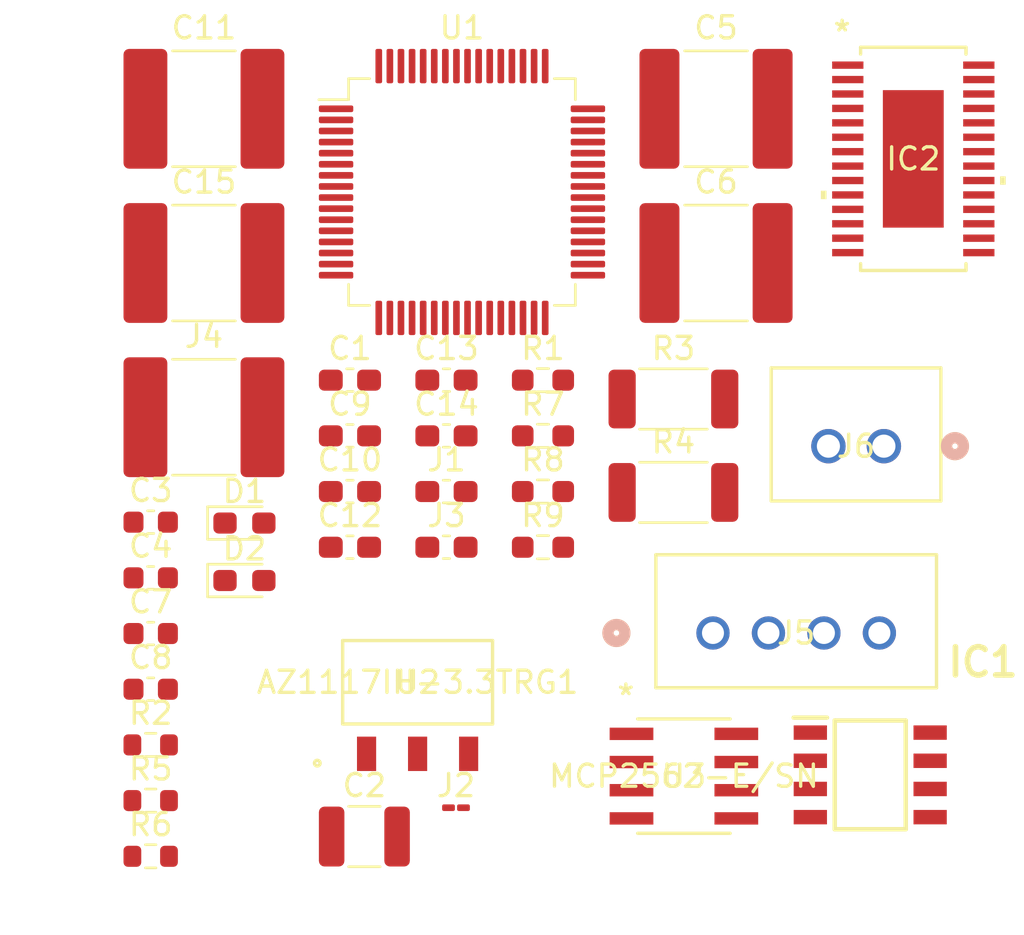
<source format=kicad_pcb>
(kicad_pcb (version 20221018) (generator pcbnew)
  (layers (0 "F.Cu" signal) (31 "B.Cu" signal) (34 "B.Paste" user) (35 "F.Paste" user) (36 "B.SilkS" user "B.Silkscreen") (37 "F.SilkS" user "F.Silkscreen") (38 "B.Mask" user) (39 "F.Mask" user) (44 "Edge.Cuts" user))
  (net 0 "")
  (net 1 "Net-(IC2-5VOUT)")
  (net 2 "GND")
  (net 3 "VM")
  (net 4 "Net-(C2-Pad2)")
  (net 5 "+3.3V")
  (net 6 "Net-(IC2-VCP)")
  (net 7 "Net-(IC2-CPI)")
  (net 8 "CP0")
  (net 9 "NRST")
  (net 10 "+5V")
  (net 11 "Net-(C15-Pad1)")
  (net 12 "Net-(D1-A)")
  (net 13 "Net-(D2-A)")
  (net 16 "SDA")
  (net 17 "SCL")
  (net 19 "/A2")
  (net 20 "Net-(IC2-BRA)")
  (net 21 "/A1")
  (net 22 "/A3")
  (net 23 "Net-(IC2-BRB)")
  (net 24 "/A4")
  (net 26 "RX")
  (net 27 "DIAG")
  (net 28 "SPREAD")
  (net 29 "DIR")
  (net 30 "ENN")
  (net 31 "STEP")
  (net 33 "MS1")
  (net 34 "MS2")
  (net 35 "INDEX")
  (net 38 "Net-(J4-Pin_1)")
  (net 39 "Net-(J4-Pin_2)")
  (net 40 "TX")
  (net 41 "Net-(U3-SPLIT)")
  (net 55 "USART2_TX")
  (net 56 "USART2_RX")
  (net 64 "STBY")
  (net 75 "SWDIO")
  (net 76 "SWDCK")
  (net 82 "CAN_RX")
  (net 83 "CAN_TX")
  (footprint "Capacitor_SMD:C_2220_5650Metric" (layer "F.Cu") (at 89.809801 111.8287)
    (fp_text reference "C5" (at 0 -3.65) (layer "F.SilkS"))
    (fp_text value "10µF/50V/2220")
    (fp_line (start -1.415748 -2.61) (end 1.415748 -2.61) (stroke (width 0.12)) (layer "F.SilkS"))
    (fp_line (start -1.415748 2.61) (end 1.415748 2.61) (stroke (width 0.12)) (layer "F.SilkS"))
    (pad "1" smd roundrect (at -2.55 0) (size 1.8 5.4) (layers "F.Cu" "F.Paste" "F.Mask") (roundrect_rratio 0.138889) (net 3 "VM"))
    (pad "2" smd roundrect (at 2.55 0) (size 1.8 5.4) (layers "F.Cu" "F.Paste" "F.Mask") (roundrect_rratio 0.138889) (net 2 "GND"))
  )
  (footprint "Resistor_SMD:R_0603_1608Metric" (layer "F.Cu") (at 64.329801 140.4987)
    (fp_text reference "R2" (at 0 -1.43) (layer "F.SilkS"))
    (fp_text value "220Ω/1%/0603")
    (fp_line (start -0.237258 -0.5225) (end 0.237258 -0.5225) (stroke (width 0.12)) (layer "F.SilkS"))
    (fp_line (start -0.237258 0.5225) (end 0.237258 0.5225) (stroke (width 0.12)) (layer "F.SilkS"))
    (pad "1" smd roundrect (at -0.825 0) (size 0.8 0.95) (layers "F.Cu" "F.Paste" "F.Mask") (net 12 "Net-(D1-A)"))
    (pad "2" smd roundrect (at 0.825 0) (size 0.8 0.95) (layers "F.Cu" "F.Paste" "F.Mask") (net 27 "DIAG"))
  )
  (footprint "TMC2255:HTSSOP28_TRI" (layer "F.Cu") (at 98.700401 114.0861)
    (fp_text reference "IC2" (at 0 0 unlocked) (layer "F.SilkS"))
    (fp_text value "TMC2225-SA")
    (fp_text user "*" (at -3.20675 -5.6982 unlocked) (layer "F.SilkS"))
    (fp_text user "*" (at -3.20675 -5.6982) (layer "F.SilkS"))
    (fp_line (start -2.3749 -5.0292) (end -2.3749 -4.72284) (stroke (width 0.1524)) (layer "F.SilkS"))
    (fp_line (start -2.3749 4.722838) (end -2.3749 5.0292) (stroke (width 0.1524)) (layer "F.SilkS"))
    (fp_line (start -2.3749 5.0292) (end 2.3749 5.0292) (stroke (width 0.1524)) (layer "F.SilkS"))
    (fp_line (start 2.3749 -5.0292) (end -2.3749 -5.0292) (stroke (width 0.1524)) (layer "F.SilkS"))
    (fp_line (start 2.3749 -4.72284) (end 2.3749 -5.0292) (stroke (width 0.1524)) (layer "F.SilkS"))
    (fp_line (start 2.3749 5.0292) (end 2.3749 4.72284) (stroke (width 0.1524)) (layer "F.SilkS"))
    (fp_poly (pts (xy -4.1656 1.434498) (xy -4.1656 1.815498) (xy -3.9116 1.815498) (xy -3.9116 1.434498)) (fill solid) (layer "F.SilkS"))
    (fp_poly (pts (xy 4.1656 0.784499) (xy 4.1656 1.165499) (xy 3.9116 1.165499) (xy 3.9116 0.784499)) (fill solid) (layer "F.SilkS"))
    (pad "1" smd rect (at -2.95275 -4.225) (size 1.4097 0.3302) (layers "F.Cu" "F.Paste" "F.Mask") (net 8 "CP0"))
    (pad "2" smd rect (at -2.95275 -3.574999) (size 1.4097 0.3302) (layers "F.Cu" "F.Paste" "F.Mask") (net 7 "Net-(IC2-CPI)"))
    (pad "3" smd rect (at -2.95275 -2.925) (size 1.4097 0.3302) (layers "F.Cu" "F.Paste" "F.Mask") (net 6 "Net-(IC2-VCP)"))
    (pad "4" smd rect (at -2.95275 -2.274999) (size 1.4097 0.3302) (layers "F.Cu" "F.Paste" "F.Mask") (net 3 "VM"))
    (pad "5" smd rect (at -2.95275 -1.625001) (size 1.4097 0.3302) (layers "F.Cu" "F.Paste" "F.Mask") (net 19 "/A2"))
    (pad "6" smd rect (at -2.95275 -0.974999) (size 1.4097 0.3302) (layers "F.Cu" "F.Paste" "F.Mask") (net 20 "Net-(IC2-BRA)"))
    (pad "7" smd rect (at -2.95275 -0.325001) (size 1.4097 0.3302) (layers "F.Cu" "F.Paste" "F.Mask") (net 21 "/A1"))
    (pad "8" smd rect (at -2.95275 0.324998) (size 1.4097 0.3302) (layers "F.Cu" "F.Paste" "F.Mask") (net 22 "/A3"))
    (pad "9" smd rect (at -2.95275 0.974999) (size 1.4097 0.3302) (layers "F.Cu" "F.Paste" "F.Mask") (net 23 "Net-(IC2-BRB)"))
    (pad "10" smd rect (at -2.95275 1.624998) (size 1.4097 0.3302) (layers "F.Cu" "F.Paste" "F.Mask") (net 24 "/A4"))
    (pad "11" smd rect (at -2.95275 2.274999) (size 1.4097 0.3302) (layers "F.Cu" "F.Paste" "F.Mask") (net 3 "VM"))
    (pad "12" smd rect (at -2.95275 2.924998) (size 1.4097 0.3302) (layers "F.Cu" "F.Paste" "F.Mask"))
    (pad "13" smd rect (at -2.95275 3.574999) (size 1.4097 0.3302) (layers "F.Cu" "F.Paste" "F.Mask") (net 2 "GND"))
    (pad "14" smd rect (at -2.95275 4.224998) (size 1.4097 0.3302) (layers "F.Cu" "F.Paste" "F.Mask") (net 2 "GND"))
    (pad "15" smd rect (at 2.95275 4.225) (size 1.4097 0.3302) (layers "F.Cu" "F.Paste" "F.Mask") (net 1 "Net-(IC2-5VOUT)"))
    (pad "16" smd rect (at 2.95275 3.574999) (size 1.4097 0.3302) (layers "F.Cu" "F.Paste" "F.Mask") (net 5 "+3.3V"))
    (pad "17" smd rect (at 2.95275 2.925) (size 1.4097 0.3302) (layers "F.Cu" "F.Paste" "F.Mask") (net 26 "RX"))
    (pad "18" smd rect (at 2.95275 2.274999) (size 1.4097 0.3302) (layers "F.Cu" "F.Paste" "F.Mask") (net 27 "DIAG"))
    (pad "19" smd rect (at 2.95275 1.625001) (size 1.4097 0.3302) (layers "F.Cu" "F.Paste" "F.Mask") (net 28 "SPREAD"))
    (pad "20" smd rect (at 2.95275 0.974999) (size 1.4097 0.3302) (layers "F.Cu" "F.Paste" "F.Mask") (net 29 "DIR"))
    (pad "21" smd rect (at 2.95275 0.325001) (size 1.4097 0.3302) (layers "F.Cu" "F.Paste" "F.Mask") (net 30 "ENN"))
    (pad "22" smd rect (at 2.95275 -0.325001) (size 1.4097 0.3302) (layers "F.Cu" "F.Paste" "F.Mask") (net 31 "STEP"))
    (pad "23" smd rect (at 2.95275 -0.974999) (size 1.4097 0.3302) (layers "F.Cu" "F.Paste" "F.Mask"))
    (pad "24" smd rect (at 2.95275 -1.625001) (size 1.4097 0.3302) (layers "F.Cu" "F.Paste" "F.Mask") (net 2 "GND"))
    (pad "25" smd rect (at 2.95275 -2.274999) (size 1.4097 0.3302) (layers "F.Cu" "F.Paste" "F.Mask") (net 33 "MS1"))
    (pad "26" smd rect (at 2.95275 -2.925) (size 1.4097 0.3302) (layers "F.Cu" "F.Paste" "F.Mask") (net 34 "MS2"))
    (pad "27" smd rect (at 2.95275 -3.574999) (size 1.4097 0.3302) (layers "F.Cu" "F.Paste" "F.Mask") (net 35 "INDEX"))
    (pad "28" smd rect (at 2.95275 -4.225) (size 1.4097 0.3302) (layers "F.Cu" "F.Paste" "F.Mask") (net 2 "GND"))
    (pad "29" smd rect (at 0 0) (size 2.7432 6.1976) (layers "F.Cu" "F.Mask") (net 2 "GND"))
  )
  (footprint "Capacitor_SMD:C_0603_1608Metric_Pad1.08x0.95mm_HandSolder" (layer "F.Cu") (at 73.309801 124.0587)
    (fp_text reference "C1" (at 0 -1.43) (layer "F.SilkS"))
    (fp_text value "2.2µF/50V/0603")
    (fp_line (start -0.146267 -0.51) (end 0.146267 -0.51) (stroke (width 0.12)) (layer "F.SilkS"))
    (fp_line (start -0.146267 0.51) (end 0.146267 0.51) (stroke (width 0.12)) (layer "F.SilkS"))
    (pad "1" smd roundrect (at -0.8625 0) (size 1.075 0.95) (layers "F.Cu" "F.Paste" "F.Mask") (net 1 "Net-(IC2-5VOUT)"))
    (pad "2" smd roundrect (at 0.8625 0) (size 1.075 0.95) (layers "F.Cu" "F.Paste" "F.Mask") (net 2 "GND"))
  )
  (footprint "AS5600:SOIC127P600X175-8N" (layer "F.Cu") (at 96.759801 141.8487)
    (fp_text reference "IC1" (at 5.08 -5.08) (layer "F.SilkS") (effects (font (size 1.27 1.27) (thickness 0.254))))
    (fp_text value "AS5600-ASOT" hide)
    (fp_line (start -3.45 -2.58) (end -1.95 -2.58) (stroke (width 0.2)) (layer "F.SilkS"))
    (fp_line (start -1.6 -2.45) (end 1.6 -2.45) (stroke (width 0.2)) (layer "F.SilkS"))
    (fp_line (start -1.6 2.45) (end -1.6 -2.45) (stroke (width 0.2)) (layer "F.SilkS"))
    (fp_line (start 1.6 -2.45) (end 1.6 2.45) (stroke (width 0.2)) (layer "F.SilkS"))
    (fp_line (start 1.6 2.45) (end -1.6 2.45) (stroke (width 0.2)) (layer "F.SilkS"))
    (pad "1" smd rect (at -2.7 -1.905 90) (size 0.65 1.5) (layers "F.Cu" "F.Paste" "F.Mask") (net 5 "+3.3V"))
    (pad "2" smd rect (at -2.7 -0.635 90) (size 0.65 1.5) (layers "F.Cu" "F.Paste" "F.Mask") (net 5 "+3.3V"))
    (pad "3" smd rect (at -2.7 0.635 90) (size 0.65 1.5) (layers "F.Cu" "F.Paste" "F.Mask"))
    (pad "4" smd rect (at -2.7 1.905 90) (size 0.65 1.5) (layers "F.Cu" "F.Paste" "F.Mask") (net 2 "GND"))
    (pad "5" smd rect (at 2.7 1.905 90) (size 0.65 1.5) (layers "F.Cu" "F.Paste" "F.Mask"))
    (pad "6" smd rect (at 2.7 0.635 90) (size 0.65 1.5) (layers "F.Cu" "F.Paste" "F.Mask") (net 16 "SDA"))
    (pad "7" smd rect (at 2.7 -0.635 90) (size 0.65 1.5) (layers "F.Cu" "F.Paste" "F.Mask") (net 17 "SCL"))
    (pad "8" smd rect (at 2.7 -1.905 90) (size 0.65 1.5) (layers "F.Cu" "F.Paste" "F.Mask"))
  )
  (footprint "Capacitor_SMD:C_2220_5650Metric_Pad1.97x5.40mm_HandSolder" (layer "F.Cu") (at 66.729801 118.7787)
    (fp_text reference "C15" (at 0 -3.65) (layer "F.SilkS"))
    (fp_text value "22 µF")
    (fp_line (start -1.415748 -2.61) (end 1.415748 -2.61) (stroke (width 0.12)) (layer "F.SilkS"))
    (fp_line (start -1.415748 2.61) (end 1.415748 2.61) (stroke (width 0.12)) (layer "F.SilkS"))
    (pad "1" smd roundrect (at -2.6375 0) (size 1.975 5.4) (layers "F.Cu" "F.Paste" "F.Mask") (roundrect_rratio 0.126582) (net 11 "Net-(C15-Pad1)"))
    (pad "2" smd roundrect (at 2.6375 0) (size 1.975 5.4) (layers "F.Cu" "F.Paste" "F.Mask") (roundrect_rratio 0.126582) (net 2 "GND"))
  )
  (footprint "Capacitor_SMD:C_0603_1608Metric" (layer "F.Cu") (at 64.329801 132.9687)
    (fp_text reference "C4" (at 0 -1.43) (layer "F.SilkS"))
    (fp_text value "100nF/50V/0603")
    (fp_line (start -0.14058 -0.51) (end 0.14058 -0.51) (stroke (width 0.12)) (layer "F.SilkS"))
    (fp_line (start -0.14058 0.51) (end 0.14058 0.51) (stroke (width 0.12)) (layer "F.SilkS"))
    (pad "1" smd roundrect (at -0.775 0) (size 0.9 0.95) (layers "F.Cu" "F.Paste" "F.Mask") (net 3 "VM"))
    (pad "2" smd roundrect (at 0.775 0) (size 0.9 0.95) (layers "F.Cu" "F.Paste" "F.Mask") (net 2 "GND"))
  )
  (footprint "Capacitor_SMD:C_0603_1608Metric_Pad1.08x0.95mm_HandSolder" (layer "F.Cu") (at 73.309801 129.0787)
    (fp_text reference "C10" (at 0 -1.43) (layer "F.SilkS"))
    (fp_text value "100 nF")
    (fp_line (start -0.146267 -0.51) (end 0.146267 -0.51) (stroke (width 0.12)) (layer "F.SilkS"))
    (fp_line (start -0.146267 0.51) (end 0.146267 0.51) (stroke (width 0.12)) (layer "F.SilkS"))
    (pad "1" smd roundrect (at -0.8625 0) (size 1.075 0.95) (layers "F.Cu" "F.Paste" "F.Mask") (net 5 "+3.3V"))
    (pad "2" smd roundrect (at 0.8625 0) (size 1.075 0.95) (layers "F.Cu" "F.Paste" "F.Mask") (net 2 "GND"))
  )
  (footprint "Capacitor_SMD:C_2220_5650Metric_Pad1.97x5.40mm_HandSolder" (layer "F.Cu") (at 66.729801 125.7287)
    (fp_text reference "J4" (at 0 -3.65) (layer "F.SilkS"))
    (fp_text value "Conn_01x02_Pin")
    (fp_line (start -1.415748 -2.61) (end 1.415748 -2.61) (stroke (width 0.12)) (layer "F.SilkS"))
    (fp_line (start -1.415748 2.61) (end 1.415748 2.61) (stroke (width 0.12)) (layer "F.SilkS"))
    (pad "1" smd roundrect (at -2.6375 0) (size 1.975 5.4) (layers "F.Cu" "F.Paste" "F.Mask") (roundrect_rratio 0.126582) (net 38 "Net-(J4-Pin_1)"))
    (pad "2" smd roundrect (at 2.6375 0) (size 1.975 5.4) (layers "F.Cu" "F.Paste" "F.Mask") (roundrect_rratio 0.126582) (net 39 "Net-(J4-Pin_2)"))
  )
  (footprint "Resistor_SMD:R_0603_1608Metric_Pad0.98x0.95mm_HandSolder" (layer "F.Cu") (at 82.009801 131.5887)
    (fp_text reference "R9" (at 0 -1.43) (layer "F.SilkS"))
    (fp_text value "300")
    (fp_line (start -0.254724 -0.5225) (end 0.254724 -0.5225) (stroke (width 0.12)) (layer "F.SilkS"))
    (fp_line (start -0.254724 0.5225) (end 0.254724 0.5225) (stroke (width 0.12)) (layer "F.SilkS"))
    (pad "1" smd roundrect (at -0.9125 0) (size 0.975 0.95) (layers "F.Cu" "F.Paste" "F.Mask") (net 41 "Net-(U3-SPLIT)"))
    (pad "2" smd roundrect (at 0.9125 0) (size 0.975 0.95) (layers "F.Cu" "F.Paste" "F.Mask") (net 11 "Net-(C15-Pad1)"))
  )
  (footprint "Capacitor_SMD:C_2220_5650Metric" (layer "F.Cu") (at 89.809801 118.7787)
    (fp_text reference "C6" (at 0 -3.65) (layer "F.SilkS"))
    (fp_text value "10µF/50V/2220")
    (fp_line (start -1.415748 -2.61) (end 1.415748 -2.61) (stroke (width 0.12)) (layer "F.SilkS"))
    (fp_line (start -1.415748 2.61) (end 1.415748 2.61) (stroke (width 0.12)) (layer "F.SilkS"))
    (pad "1" smd roundrect (at -2.55 0) (size 1.8 5.4) (layers "F.Cu" "F.Paste" "F.Mask") (roundrect_rratio 0.138889) (net 3 "VM"))
    (pad "2" smd roundrect (at 2.55 0) (size 1.8 5.4) (layers "F.Cu" "F.Paste" "F.Mask") (roundrect_rratio 0.138889) (net 2 "GND"))
  )
  (footprint "Resistor_SMD:R_0603_1608Metric_Pad0.98x0.95mm_HandSolder" (layer "F.Cu") (at 82.009801 124.0587)
    (fp_text reference "R1" (at 0 -1.43) (layer "F.SilkS"))
    (fp_text value "1k")
    (fp_line (start -0.254724 -0.5225) (end 0.254724 -0.5225) (stroke (width 0.12)) (layer "F.SilkS"))
    (fp_line (start -0.254724 0.5225) (end 0.254724 0.5225) (stroke (width 0.12)) (layer "F.SilkS"))
    (pad "1" smd roundrect (at -0.9125 0) (size 0.975 0.95) (layers "F.Cu" "F.Paste" "F.Mask") (net 40 "TX"))
    (pad "2" smd roundrect (at 0.9125 0) (size 0.975 0.95) (layers "F.Cu" "F.Paste" "F.Mask") (net 26 "RX"))
  )
  (footprint "Capacitor_SMD:C_0603_1608Metric" (layer "F.Cu") (at 64.329801 137.9887)
    (fp_text reference "C8" (at 0 -1.43) (layer "F.SilkS"))
    (fp_text value "100nF/50V/0603")
    (fp_line (start -0.14058 -0.51) (end 0.14058 -0.51) (stroke (width 0.12)) (layer "F.SilkS"))
    (fp_line (start -0.14058 0.51) (end 0.14058 0.51) (stroke (width 0.12)) (layer "F.SilkS"))
    (pad "1" smd roundrect (at -0.775 0) (size 0.9 0.95) (layers "F.Cu" "F.Paste" "F.Mask") (net 3 "VM"))
    (pad "2" smd roundrect (at 0.775 0) (size 0.9 0.95) (layers "F.Cu" "F.Paste" "F.Mask") (net 6 "Net-(IC2-VCP)"))
  )
  (footprint "Resistor_SMD:R_0603_1608Metric" (layer "F.Cu") (at 64.329801 143.0087)
    (fp_text reference "R5" (at 0 -1.43) (layer "F.SilkS"))
    (fp_text value "110mΩ/1%/0603")
    (fp_line (start -0.237258 -0.5225) (end 0.237258 -0.5225) (stroke (width 0.12)) (layer "F.SilkS"))
    (fp_line (start -0.237258 0.5225) (end 0.237258 0.5225) (stroke (width 0.12)) (layer "F.SilkS"))
    (pad "1" smd roundrect (at -0.825 0) (size 0.8 0.95) (layers "F.Cu" "F.Paste" "F.Mask") (net 4 "Net-(C2-Pad2)"))
    (pad "2" smd roundrect (at 0.825 0) (size 0.8 0.95) (layers "F.Cu" "F.Paste" "F.Mask") (net 2 "GND"))
  )
  (footprint "Capacitor_SMD:C_0603_1608Metric" (layer "F.Cu") (at 64.329801 130.4587)
    (fp_text reference "C3" (at 0 -1.43) (layer "F.SilkS"))
    (fp_text value "100nF/50V/0603")
    (fp_line (start -0.14058 -0.51) (end 0.14058 -0.51) (stroke (width 0.12)) (layer "F.SilkS"))
    (fp_line (start -0.14058 0.51) (end 0.14058 0.51) (stroke (width 0.12)) (layer "F.SilkS"))
    (pad "1" smd roundrect (at -0.775 0) (size 0.9 0.95) (layers "F.Cu" "F.Paste" "F.Mask") (net 3 "VM"))
    (pad "2" smd roundrect (at 0.775 0) (size 0.9 0.95) (layers "F.Cu" "F.Paste" "F.Mask") (net 2 "GND"))
  )
  (footprint "JST 4 PINS:CONN_B4B-XH-A LFSN_JST" (layer "F.Cu") (at 89.672218 135.453901)
    (fp_text reference "J5" (at 3.750183 0 unlocked) (layer "F.SilkS"))
    (fp_text value "B4B-XH-A LFSN")
    (fp_circle (center -4.352417 0) (end -3.971417 0) (stroke (width 0.508)) (fill none) (layer "B.SilkS"))
    (fp_line (start -2.574417 -3.527001) (end -2.574417 2.467399) (stroke (width 0.1524)) (layer "F.SilkS"))
    (fp_line (start -2.574417 2.467399) (end 10.074783 2.467399) (stroke (width 0.1524)) (layer "F.SilkS"))
    (fp_line (start 10.074783 -3.527001) (end -2.574417 -3.527001) (stroke (width 0.1524)) (layer "F.SilkS"))
    (fp_line (start 10.074783 2.467399) (end 10.074783 -3.527001) (stroke (width 0.1524)) (layer "F.SilkS"))
    (fp_circle (center -4.352417 0) (end -3.971417 0) (stroke (width 0.508)) (fill none) (layer "F.SilkS"))
    (pad "1" thru_hole circle (at 0 0) (size 1.4986 1.4986) (drill 0.9906) (layers "*.Cu" "*.Mask") (net 21 "/A1"))
    (pad "2" thru_hole circle (at 2.500122 0) (size 1.4986 1.4986) (drill 0.9906) (layers "*.Cu" "*.Mask") (net 19 "/A2"))
    (pad "3" thru_hole circle (at 5.000244 0) (size 1.4986 1.4986) (drill 0.9906) (layers "*.Cu" "*.Mask") (net 22 "/A3"))
    (pad "4" thru_hole circle (at 7.500366 0) (size 1.4986 1.4986) (drill 0.9906) (layers "*.Cu" "*.Mask") (net 24 "/A4"))
  )
  (footprint "Package_QFP:LQFP-64_10x10mm_P0.5mm" (layer "F.Cu") (at 78.359801 115.5787)
    (fp_text reference "U1" (at 0 -7.4) (layer "F.SilkS"))
    (fp_text value "STM32F446RETx")
    (fp_line (start -5.11 -5.11) (end -5.11 -4.16) (stroke (width 0.12)) (layer "F.SilkS"))
    (fp_line (start -5.11 -4.16) (end -6.45 -4.16) (stroke (width 0.12)) (layer "F.SilkS"))
    (fp_line (start -5.11 5.11) (end -5.11 4.16) (stroke (width 0.12)) (layer "F.SilkS"))
    (fp_line (start -4.16 -5.11) (end -5.11 -5.11) (stroke (width 0.12)) (layer "F.SilkS"))
    (fp_line (start -4.16 5.11) (end -5.11 5.11) (stroke (width 0.12)) (layer "F.SilkS"))
    (fp_line (start 4.16 -5.11) (end 5.11 -5.11) (stroke (width 0.12)) (layer "F.SilkS"))
    (fp_line (start 4.16 5.11) (end 5.11 5.11) (stroke (width 0.12)) (layer "F.SilkS"))
    (fp_line (start 5.11 -5.11) (end 5.11 -4.16) (stroke (width 0.12)) (layer "F.SilkS"))
    (fp_line (start 5.11 5.11) (end 5.11 4.16) (stroke (width 0.12)) (layer "F.SilkS"))
    (pad "1" smd roundrect (at -5.675 -3.75) (size 1.55 0.3) (layers "F.Cu" "F.Paste" "F.Mask"))
    (pad "2" smd roundrect (at -5.675 -3.25) (size 1.55 0.3) (layers "F.Cu" "F.Paste" "F.Mask"))
    (pad "3" smd roundrect (at -5.675 -2.75) (size 1.55 0.3) (layers "F.Cu" "F.Paste" "F.Mask"))
    (pad "4" smd roundrect (at -5.675 -2.25) (size 1.55 0.3) (layers "F.Cu" "F.Paste" "F.Mask"))
    (pad "5" smd roundrect (at -5.675 -1.75) (size 1.55 0.3) (layers "F.Cu" "F.Paste" "F.Mask"))
    (pad "6" smd roundrect (at -5.675 -1.25) (size 1.55 0.3) (layers "F.Cu" "F.Paste" "F.Mask"))
    (pad "7" smd roundrect (at -5.675 -0.75) (size 1.55 0.3) (layers "F.Cu" "F.Paste" "F.Mask") (net 9 "NRST"))
    (pad "8" smd roundrect (at -5.675 -0.25) (size 1.55 0.3) (layers "F.Cu" "F.Paste" "F.Mask"))
    (pad "9" smd roundrect (at -5.675 0.25) (size 1.55 0.3) (layers "F.Cu" "F.Paste" "F.Mask"))
    (pad "10" smd roundrect (at -5.675 0.75) (size 1.55 0.3) (layers "F.Cu" "F.Paste" "F.Mask"))
    (pad "11" smd roundrect (at -5.675 1.25) (size 1.55 0.3) (layers "F.Cu" "F.Paste" "F.Mask"))
    (pad "12" smd roundrect (at -5.675 1.75) (size 1.55 0.3) (layers "F.Cu" "F.Paste" "F.Mask") (net 2 "GND"))
    (pad "13" smd roundrect (at -5.675 2.25) (size 1.55 0.3) (layers "F.Cu" "F.Paste" "F.Mask"))
    (pad "14" smd roundrect (at -5.675 2.75) (size 1.55 0.3) (layers "F.Cu" "F.Paste" "F.Mask"))
    (pad "15" smd roundrect (at -5.675 3.25) (size 1.55 0.3) (layers "F.Cu" "F.Paste" "F.Mask"))
    (pad "16" smd roundrect (at -5.675 3.75) (size 1.55 0.3) (layers "F.Cu" "F.Paste" "F.Mask") (net 55 "USART2_TX"))
    (pad "17" smd roundrect (at -3.75 5.675) (size 0.3 1.55) (layers "F.Cu" "F.Paste" "F.Mask") (net 56 "USART2_RX"))
    (pad "18" smd roundrect (at -3.25 5.675) (size 0.3 1.55) (layers "F.Cu" "F.Paste" "F.Mask") (net 2 "GND"))
    (pad "19" smd roundrect (at -2.75 5.675) (size 0.3 1.55) (layers "F.Cu" "F.Paste" "F.Mask") (net 5 "+3.3V"))
    (pad "20" smd roundrect (at -2.25 5.675) (size 0.3 1.55) (layers "F.Cu" "F.Paste" "F.Mask"))
    (pad "21" smd roundrect (at -1.75 5.675) (size 0.3 1.55) (layers "F.Cu" "F.Paste" "F.Mask"))
    (pad "22" smd roundrect (at -1.25 5.675) (size 0.3 1.55) (layers "F.Cu" "F.Paste" "F.Mask"))
    (pad "23" smd roundrect (at -0.75 5.675) (size 0.3 1.55) (layers "F.Cu" "F.Paste" "F.Mask"))
    (pad "24" smd roundrect (at -0.25 5.675) (size 0.3 1.55) (layers "F.Cu" "F.Paste" "F.Mask"))
    (pad "25" smd roundrect (at 0.25 5.675) (size 0.3 1.55) (layers "F.Cu" "F.Paste" "F.Mask"))
    (pad "26" smd roundrect (at 0.75 5.675) (size 0.3 1.55) (layers "F.Cu" "F.Paste" "F.Mask") (net 30 "ENN"))
    (pad "27" smd roundrect (at 1.25 5.675) (size 0.3 1.55) (layers "F.Cu" "F.Paste" "F.Mask"))
    (pad "28" smd roundrect (at 1.75 5.675) (size 0.3 1.55) (layers "F.Cu" "F.Paste" "F.Mask") (net 64 "STBY"))
    (pad "29" smd roundrect (at 2.25 5.675) (size 0.3 1.55) (layers "F.Cu" "F.Paste" "F.Mask") (net 17 "SCL"))
    (pad "30" smd roundrect (at 2.75 5.675) (size 0.3 1.55) (layers "F.Cu" "F.Paste" "F.Mask"))
    (pad "31" smd roundrect (at 3.25 5.675) (size 0.3 1.55) (layers "F.Cu" "F.Paste" "F.Mask") (net 2 "GND"))
    (pad "32" smd roundrect (at 3.75 5.675) (size 0.3 1.55) (layers "F.Cu" "F.Paste" "F.Mask") (net 5 "+3.3V"))
    (pad "33" smd roundrect (at 5.675 3.75) (size 1.55 0.3) (layers "F.Cu" "F.Paste" "F.Mask") (net 34 "MS2"))
    (pad "34" smd roundrect (at 5.675 3.25) (size 1.55 0.3) (layers "F.Cu" "F.Paste" "F.Mask") (net 33 "MS1"))
    (pad "35" smd roundrect (at 5.675 2.75) (size 1.55 0.3) (layers "F.Cu" "F.Paste" "F.Mask") (net 31 "STEP"))
    (pad "36" smd roundrect (at 5.675 2.25) (size 1.55 0.3) (layers "F.Cu" "F.Paste" "F.Mask") (net 29 "DIR"))
    (pad "37" smd roundrect (at 5.675 1.75) (size 1.55 0.3) (layers "F.Cu" "F.Paste" "F.Mask"))
    (pad "38" smd roundrect (at 5.675 1.25) (size 1.55 0.3) (layers "F.Cu" "F.Paste" "F.Mask"))
    (pad "39" smd roundrect (at 5.675 0.75) (size 1.55 0.3) (layers "F.Cu" "F.Paste" "F.Mask"))
    (pad "40" smd roundrect (at 5.675 0.25) (size 1.55 0.3) (layers "F.Cu" "F.Paste" "F.Mask"))
    (pad "41" smd roundrect (at 5.675 -0.25) (size 1.55 0.3) (layers "F.Cu" "F.Paste" "F.Mask"))
    (pad "42" smd roundrect (at 5.675 -0.75) (size 1.55 0.3) (layers "F.Cu" "F.Paste" "F.Mask"))
    (pad "43" smd roundrect (at 5.675 -1.25) (size 1.55 0.3) (layers "F.Cu" "F.Paste" "F.Mask"))
    (pad "44" smd roundrect (at 5.675 -1.75) (size 1.55 0.3) (layers "F.Cu" "F.Paste" "F.Mask"))
    (pad "45" smd roundrect (at 5.675 -2.25) (size 1.55 0.3) (layers "F.Cu" "F.Paste" "F.Mask"))
    (pad "46" smd roundrect (at 5.675 -2.75) (size 1.55 0.3) (layers "F.Cu" "F.Paste" "F.Mask") (net 75 "SWDIO"))
    (pad "47" smd roundrect (at 5.675 -3.25) (size 1.55 0.3) (layers "F.Cu" "F.Paste" "F.Mask") (net 2 "GND"))
    (pad "48" smd roundrect (at 5.675 -3.75) (size 1.55 0.3) (layers "F.Cu" "F.Paste" "F.Mask") (net 5 "+3.3V"))
    (pad "49" smd roundrect (at 3.75 -5.675) (size 0.3 1.55) (layers "F.Cu" "F.Paste" "F.Mask") (net 76 "SWDCK"))
    (pad "50" smd roundrect (at 3.25 -5.675) (size 0.3 1.55) (layers "F.Cu" "F.Paste" "F.Mask") (net 35 "INDEX"))
    (pad "51" smd roundrect (at 2.75 -5.675) (size 0.3 1.55) (layers "F.Cu" "F.Paste" "F.Mask"))
    (pad "52" smd roundrect (at 2.25 -5.675) (size 0.3 1.55) (layers "F.Cu" "F.Paste" "F.Mask"))
    (pad "53" smd roundrect (at 1.75 -5.675) (size 0.3 1.55) (layers "F.Cu" "F.Paste" "F.Mask"))
    (pad "54" smd roundrect (at 1.25 -5.675) (size 0.3 1.55) (layers "F.Cu" "F.Paste" "F.Mask"))
    (pad "55" smd roundrect (at 0.75 -5.675) (size 0.3 1.55) (layers "F.Cu" "F.Paste" "F.Mask") (net 16 "SDA"))
    (pad "56" smd roundrect (at 0.25 -5.675) (size 0.3 1.55) (layers "F.Cu" "F.Paste" "F.Mask") (net 27 "DIAG"))
    (pad "57" smd roundrect (at -0.25 -5.675) (size 0.3 1.55) (layers "F.Cu" "F.Paste" "F.Mask") (net 28 "SPREAD"))
    (pad "58" smd roundrect (at -0.75 -5.675) (size 0.3 1.55) (layers "F.Cu" "F.Paste" "F.Mask") (net 40 "TX"))
    (pad "59" smd roundrect (at -1.25 -5.675) (size 0.3 1.55) (layers "F.Cu" "F.Paste" "F.Mask") (net 26 "RX"))
    (pad "60" smd roundrect (at -1.75 -5.675) (size 0.3 1.55) (layers "F.Cu" "F.Paste" "F.Mask"))
    (pad "61" smd roundrect (at -2.25 -5.675) (size 0.3 1.55) (layers "F.Cu" "F.Paste" "F.Mask") (net 82 "CAN_RX"))
    (pad "62" smd roundrect (at -2.75 -5.675) (size 0.3 1.55) (layers "F.Cu" "F.Paste" "F.Mask") (net 83 "CAN_TX"))
    (pad "63" smd roundrect (at -3.25 -5.675) (size 0.3 1.55) (layers "F.Cu" "F.Paste" "F.Mask") (net 2 "GND"))
    (pad "64" smd roundrect (at -3.75 -5.675) (size 0.3 1.55) (layers "F.Cu" "F.Paste" "F.Mask") (net 5 "+3.3V"))
  )
  (footprint "Resistor_SMD:R_2010_5025Metric" (layer "F.Cu") (at 87.889801 129.1187)
    (fp_text reference "R4" (at 0 -2.28) (layer "F.SilkS"))
    (fp_text value "150mΩ/1W/2010")
    (fp_line (start -1.527064 -1.36) (end 1.527064 -1.36) (stroke (width 0.12)) (layer "F.SilkS"))
    (fp_line (start -1.527064 1.36) (end 1.527064 1.36) (stroke (width 0.12)) (layer "F.SilkS"))
    (pad "1" smd roundrect (at -2.3125 0) (size 1.225 2.65) (layers "F.Cu" "F.Paste" "F.Mask") (roundrect_rratio 0.204082) (net 20 "Net-(IC2-BRA)"))
    (pad "2" smd roundrect (at 2.3125 0) (size 1.225 2.65) (layers "F.Cu" "F.Paste" "F.Mask") (roundrect_rratio 0.204082) (net 2 "GND"))
  )
  (footprint "Capacitor_SMD:C_0603_1608Metric_Pad1.08x0.95mm_HandSolder" (layer "F.Cu") (at 77.659801 129.0787)
    (fp_text reference "J1" (at 0 -1.43) (layer "F.SilkS"))
    (fp_text value "Conn_01x04_Pin")
    (fp_line (start -0.146267 -0.51) (end 0.146267 -0.51) (stroke (width 0.12)) (layer "F.SilkS"))
    (fp_line (start -0.146267 0.51) (end 0.146267 0.51) (stroke (width 0.12)) (layer "F.SilkS"))
    (pad "1" smd roundrect (at -0.8625 0) (size 1.075 0.95) (layers "F.Cu" "F.Paste" "F.Mask") (net 21 "/A1"))
    (pad "2" smd roundrect (at 0.8625 0) (size 1.075 0.95) (layers "F.Cu" "F.Paste" "F.Mask") (net 19 "/A2"))
  )
  (footprint "Capacitor_SMD:C_0603_1608Metric_Pad1.08x0.95mm_HandSolder" (layer "F.Cu") (at 77.659801 126.5687)
    (fp_text reference "C14" (at 0 -1.43) (layer "F.SilkS"))
    (fp_text value "0.1 µF")
    (fp_line (start -0.146267 -0.51) (end 0.146267 -0.51) (stroke (width 0.12)) (layer "F.SilkS"))
    (fp_line (start -0.146267 0.51) (end 0.146267 0.51) (stroke (width 0.12)) (layer "F.SilkS"))
    (pad "1" smd roundrect (at -0.8625 0) (size 1.075 0.95) (layers "F.Cu" "F.Paste" "F.Mask") (net 10 "+5V"))
    (pad "2" smd roundrect (at 0.8625 0) (size 1.075 0.95) (layers "F.Cu" "F.Paste" "F.Mask") (net 2 "GND"))
  )
  (footprint "Capacitor_SMD:C_01005_0402Metric_Pad0.57x0.30mm_HandSolder" (layer "F.Cu") (at 78.089801 143.3287)
    (fp_text reference "J2" (at 0 -1) (layer "F.SilkS"))
    (fp_text value "173010542")
    (pad "1" smd roundrect (at -0.3375 0) (size 0.575 0.3) (layers "F.Cu" "F.Mask") (net 3 "VM"))
    (pad "2" smd roundrect (at 0.3375 0) (size 0.575 0.3) (layers "F.Cu" "F.Mask") (net 2 "GND"))
  )
  (footprint "MCP2562-E/SN:MCP2562-E&slash_SN" (layer "F.Cu") (at 88.3622 141.905)
    (fp_text reference "U3" (at 0 0) (layer "F.SilkS"))
    (fp_text value "MCP2562-E/SN" (at 0 0) (layer "F.SilkS"))
    (fp_text user "*" (at -2.6162 -3.606) (layer "F.SilkS"))
    (fp_line (start -2.0828 2.5781) (end 2.0828 2.5781) (stroke (width 0.1524)) (layer "F.SilkS"))
    (fp_line (start 2.0828 -2.5781) (end -2.0828 -2.5781) (stroke (width 0.1524)) (layer "F.SilkS"))
    (pad "1" smd rect (at -2.3622 -1.905) (size 1.969999 0.558) (layers "F.Cu" "F.Paste" "F.Mask") (net 83 "CAN_TX"))
    (pad "2" smd rect (at -2.3622 -0.635) (size 1.969999 0.558) (layers "F.Cu" "F.Paste" "F.Mask") (net 2 "GND"))
    (pad "3" smd rect (at -2.3622 0.635) (size 1.969999 0.558) (layers "F.Cu" "F.Paste" "F.Mask") (net 10 "+5V"))
    (pad "4" smd rect (at -2.3622 1.905) (size 1.969999 0.558) (layers "F.Cu" "F.Paste" "F.Mask") (net 82 "CAN_RX"))
    (pad "5" smd rect (at 2.3622 1.905) (size 1.969999 0.558) (layers "F.Cu" "F.Paste" "F.Mask") (net 41 "Net-(U3-SPLIT)"))
    (pad "6" smd rect (at 2.3622 0.635) (size 1.969999 0.558) (layers "F.Cu" "F.Paste" "F.Mask") (net 38 "Net-(J4-Pin_1)"))
    (pad "7" smd rect (at 2.3622 -0.635) (size 1.969999 0.558) (layers "F.Cu" "F.Paste" "F.Mask") (net 39 "Net-(J4-Pin_2)"))
    (pad "8" smd rect (at 2.3622 -1.905) (size 1.969999 0.558) (layers "F.Cu" "F.Paste" "F.Mask") (net 64 "STBY"))
  )
  (footprint "JST 2 pins:CONN_B2B-XH-ALFSN_JST" (layer "F.Cu") (at 97.375095 127.033901)
    (fp_text reference "J6" (at -1.254394 0 unlocked) (layer "F.SilkS"))
    (fp_text value "B2B-XH-ALFSN")
    (fp_circle (center 3.203306 0) (end 3.584306 0) (stroke (width 0.508)) (fill none) (layer "B.SilkS"))
    (fp_line (start -5.077094 -3.527001) (end -5.077094 2.467399) (stroke (width 0.1524)) (layer "F.SilkS"))
    (fp_line (start -5.077094 2.467399) (end 2.568306 2.467399) (stroke (width 0.1524)) (layer "F.SilkS"))
    (fp_line (start 2.568306 -3.527001) (end -5.077094 -3.527001) (stroke (width 0.1524)) (layer "F.SilkS"))
    (fp_line (start 2.568306 2.467399) (end 2.568306 -3.527001) (stroke (width 0.1524)) (layer "F.SilkS"))
    (fp_circle (center 3.203306 0) (end 3.584306 0) (stroke (width 0.508)) (fill none) (layer "F.SilkS"))
    (pad "1" thru_hole circle (at 0 0) (size 1.5494 1.5494) (drill 1.0414) (layers "*.Cu" "*.Mask") (net 3 "VM"))
    (pad "2" thru_hole circle (at -2.5 0) (size 1.5494 1.5494) (drill 1.0414) (layers "*.Cu" "*.Mask") (net 2 "GND"))
  )
  (footprint "LED_SMD:LED_0603_1608Metric_Pad1.05x0.95mm_HandSolder" (layer "F.Cu") (at 68.554801 133.0887)
    (fp_text reference "D2" (at 0 -1.43) (layer "F.SilkS"))
    (fp_text value "blue/0603")
    (fp_line (start -1.66 -0.735) (end -1.66 0.735) (stroke (width 0.12)) (layer "F.SilkS"))
    (fp_line (start -1.66 0.735) (end 0.8 0.735) (stroke (width 0.12)) (layer "F.SilkS"))
    (fp_line (start 0.8 -0.735) (end -1.66 -0.735) (stroke (width 0.12)) (layer "F.SilkS"))
    (pad "1" smd roundrect (at -0.875 0) (size 1.05 0.95) (layers "F.Cu" "F.Paste" "F.Mask") (net 2 "GND"))
    (pad "2" smd roundrect (at 0.875 0) (size 1.05 0.95) (layers "F.Cu" "F.Paste" "F.Mask") (net 13 "Net-(D2-A)"))
  )
  (footprint "Capacitor_SMD:C_1210_3225Metric" (layer "F.Cu") (at 73.959801 144.6287)
    (fp_text reference "C2" (at 0 -2.3) (layer "F.SilkS"))
    (fp_text value "1µF/50V/1210")
    (fp_line (start -0.711252 -1.36) (end 0.711252 -1.36) (stroke (width 0.12)) (layer "F.SilkS"))
    (fp_line (start -0.711252 1.36) (end 0.711252 1.36) (stroke (width 0.12)) (layer "F.SilkS"))
    (pad "1" smd roundrect (at -1.475 0) (size 1.15 2.7) (layers "F.Cu" "F.Paste" "F.Mask") (roundrect_rratio 0.217391) (net 3 "VM"))
    (pad "2" smd roundrect (at 1.475 0) (size 1.15 2.7) (layers "F.Cu" "F.Paste" "F.Mask") (roundrect_rratio 0.217391) (net 4 "Net-(C2-Pad2)"))
  )
  (footprint "Resistor_SMD:R_0603_1608Metric_Pad0.98x0.95mm_HandSolder" (layer "F.Cu") (at 82.009801 126.5687)
    (fp_text reference "R7" (at 0 -1.43) (layer "F.SilkS"))
    (fp_text value "1.8K")
    (fp_line (start -0.254724 -0.5225) (end 0.254724 -0.5225) (stroke (width 0.12)) (layer "F.SilkS"))
    (fp_line (start -0.254724 0.5225) (end 0.254724 0.5225) (stroke (width 0.12)) (layer "F.SilkS"))
    (pad "1" smd roundrect (at -0.9125 0) (size 0.975 0.95) (layers "F.Cu" "F.Paste" "F.Mask") (net 5 "+3.3V"))
    (pad "2" smd roundrect (at 0.9125 0) (size 0.975 0.95) (layers "F.Cu" "F.Paste" "F.Mask") (net 17 "SCL"))
  )
  (footprint "Resistor_SMD:R_2010_5025Metric" (layer "F.Cu") (at 87.889801 124.9087)
    (fp_text reference "R3" (at 0 -2.28) (layer "F.SilkS"))
    (fp_text value "150mΩ/1W/2010")
    (fp_line (start -1.527064 -1.36) (end 1.527064 -1.36) (stroke (width 0.12)) (layer "F.SilkS"))
    (fp_line (start -1.527064 1.36) (end 1.527064 1.36) (stroke (width 0.12)) (layer "F.SilkS"))
    (pad "1" smd roundrect (at -2.3125 0) (size 1.225 2.65) (layers "F.Cu" "F.Paste" "F.Mask") (roundrect_rratio 0.204082) (net 23 "Net-(IC2-BRB)"))
    (pad "2" smd roundrect (at 2.3125 0) (size 1.225 2.65) (layers "F.Cu" "F.Paste" "F.Mask") (roundrect_rratio 0.204082) (net 2 "GND"))
  )
  (footprint "Capacitor_SMD:C_2220_5650Metric_Pad1.97x5.40mm_HandSolder" (layer "F.Cu") (at 66.729801 111.8287)
    (fp_text reference "C11" (at 0 -3.65) (layer "F.SilkS"))
    (fp_text value "22 µF")
    (fp_line (start -1.415748 -2.61) (end 1.415748 -2.61) (stroke (width 0.12)) (layer "F.SilkS"))
    (fp_line (start -1.415748 2.61) (end 1.415748 2.61) (stroke (width 0.12)) (layer "F.SilkS"))
    (pad "1" smd roundrect (at -2.6375 0) (size 1.975 5.4) (layers "F.Cu" "F.Paste" "F.Mask") (roundrect_rratio 0.126582) (net 5 "+3.3V"))
    (pad "2" smd roundrect (at 2.6375 0) (size 1.975 5.4) (layers "F.Cu" "F.Paste" "F.Mask") (roundrect_rratio 0.126582) (net 2 "GND"))
  )
  (footprint "Resistor_SMD:R_0603_1608Metric" (layer "F.Cu") (at 64.329801 145.5187)
    (fp_text reference "R6" (at 0 -1.43) (layer "F.SilkS"))
    (fp_text value "1kΩ/1%/0603")
    (fp_line (start -0.237258 -0.5225) (end 0.237258 -0.5225) (stroke (width 0.12)) (layer "F.SilkS"))
    (fp_line (start -0.237258 0.5225) (end 0.237258 0.5225) (stroke (width 0.12)) (layer "F.SilkS"))
    (pad "1" smd roundrect (at -0.825 0) (size 0.8 0.95) (layers "F.Cu" "F.Paste" "F.Mask") (net 5 "+3.3V"))
    (pad "2" smd roundrect (at 0.825 0) (size 0.8 0.95) (layers "F.Cu" "F.Paste" "F.Mask") (net 13 "Net-(D2-A)"))
  )
  (footprint "Resistor_SMD:R_0603_1608Metric_Pad0.98x0.95mm_HandSolder" (layer "F.Cu") (at 82.009801 129.0787)
    (fp_text reference "R8" (at 0 -1.43) (layer "F.SilkS"))
    (fp_text value "1.8K")
    (fp_line (start -0.254724 -0.5225) (end 0.254724 -0.5225) (stroke (width 0.12)) (layer "F.SilkS"))
    (fp_line (start -0.254724 0.5225) (end 0.254724 0.5225) (stroke (width 0.12)) (layer "F.SilkS"))
    (pad "1" smd roundrect (at -0.9125 0) (size 0.975 0.95) (layers "F.Cu" "F.Paste" "F.Mask") (net 5 "+3.3V"))
    (pad "2" smd roundrect (at 0.9125 0) (size 0.975 0.95) (layers "F.Cu" "F.Paste" "F.Mask") (net 16 "SDA"))
  )
  (footprint "Capacitor_SMD:C_0603_1608Metric_Pad1.08x0.95mm_HandSolder" (layer "F.Cu") (at 77.659801 131.5887)
    (fp_text reference "J3" (at 0 -1.43) (layer "F.SilkS"))
    (fp_text value "Conn_02x07_Odd_Even")
    (fp_line (start -0.146267 -0.51) (end 0.146267 -0.51) (stroke (width 0.12)) (layer "F.SilkS"))
    (fp_line (start -0.146267 0.51) (end 0.146267 0.51) (stroke (width 0.12)) (layer "F.SilkS"))
    (pad "1" smd roundrect (at -0.8625 0) (size 1.075 0.95) (layers "F.Cu" "F.Paste" "F.Mask"))
    (pad "2" smd roundrect (at 0.8625 0) (size 1.075 0.95) (layers "F.Cu" "F.Paste" "F.Mask"))
  )
  (footprint "Capacitor_SMD:C_0603_1608Metric_Pad1.08x0.95mm_HandSolder" (layer "F.Cu") (at 73.309801 131.5887)
    (fp_text reference "C12" (at 0 -1.43) (layer "F.SilkS"))
    (fp_text value "100 nF")
    (fp_line (start -0.146267 -0.51) (end 0.146267 -0.51) (stroke (width 0.12)) (layer "F.SilkS"))
    (fp_line (start -0.146267 0.51) (end 0.146267 0.51) (stroke (width 0.12)) (layer "F.SilkS"))
    (pad "1" smd roundrect (at -0.8625 0) (size 1.075 0.95) (layers "F.Cu" "F.Paste" "F.Mask") (net 5 "+3.3V"))
    (pad "2" smd roundrect (at 0.8625 0) (size 1.075 0.95) (layers "F.Cu" "F.Paste" "F.Mask") (net 2 "GND"))
  )
  (footprint "Capacitor_SMD:C_0603_1608Metric_Pad1.08x0.95mm_HandSolder" (layer "F.Cu") (at 77.659801 124.0587)
    (fp_text reference "C13" (at 0 -1.43) (layer "F.SilkS"))
    (fp_text value "100 nF")
    (fp_line (start -0.146267 -0.51) (end 0.146267 -0.51) (stroke (width 0.12)) (layer "F.SilkS"))
    (fp_line (start -0.146267 0.51) (end 0.146267 0.51) (stroke (width 0.12)) (layer "F.SilkS"))
    (pad "1" smd roundrect (at -0.8625 0) (size 1.075 0.95) (layers "F.Cu" "F.Paste" "F.Mask") (net 9 "NRST"))
    (pad "2" smd roundrect (at 0.8625 0) (size 1.075 0.95) (layers "F.Cu" "F.Paste" "F.Mask") (net 2 "GND"))
  )
  (footprint "Capacitor_SMD:C_0603_1608Metric" (layer "F.Cu") (at 64.329801 135.4787)
    (fp_text reference "C7" (at 0 -1.43) (layer "F.SilkS"))
    (fp_text value "100nF/50V/0603")
    (fp_line (start -0.14058 -0.51) (end 0.14058 -0.51) (stroke (width 0.12)) (layer "F.SilkS"))
    (fp_line (start -0.14058 0.51) (end 0.14058 0.51) (stroke (width 0.12)) (layer "F.SilkS"))
    (pad "1" smd roundrect (at -0.775 0) (size 0.9 0.95) (layers "F.Cu" "F.Paste" "F.Mask") (net 5 "+3.3V"))
    (pad "2" smd roundrect (at 0.775 0) (size 0.9 0.95) (layers "F.Cu" "F.Paste" "F.Mask") (net 2 "GND"))
  )
  (footprint "AZ1117:AZ1117IH-3.3TRG1" (layer "F.Cu") (at 76.359201 137.6744)
    (fp_text reference "U2" (at 0 0) (layer "F.SilkS"))
    (fp_text value "AZ1117IH-3.3TRG1" (at 0 0) (layer "F.SilkS"))
    (fp_line (start -3.3782 -1.8796) (end -3.3782 1.8796) (stroke (width 0.1524)) (layer "F.SilkS"))
    (fp_line (start -3.3782 1.8796) (end 3.3782 1.8796) (stroke (width 0.1524)) (layer "F.SilkS"))
    (fp_line (start 3.3782 -1.8796) (end -3.3782 -1.8796) (stroke (width 0.1524)) (layer "F.SilkS"))
    (fp_line (start 3.3782 1.8796) (end 3.3782 -1.8796) (stroke (width 0.1524)) (layer "F.SilkS"))
    (fp_circle (center -4.5212 3.6449) (end -4.3942 3.6449) (stroke (width 0.1524)) (fill none) (layer "F.SilkS"))
    (pad "1" smd rect (at -2.3 3.2258) (size 0.8636 1.5494) (layers "F.Cu" "F.Paste" "F.Mask") (net 2 "GND"))
    (pad "2" smd rect (at 0 3.2258) (size 0.8636 1.5494) (layers "F.Cu" "F.Paste" "F.Mask") (net 5 "+3.3V"))
    (pad "3" smd rect (at 2.3 3.2258) (size 0.8636 1.5494) (layers "F.Cu" "F.Paste" "F.Mask") (net 10 "+5V"))
  )
  (footprint "Capacitor_SMD:C_0603_1608Metric_Pad1.08x0.95mm_HandSolder" (layer "F.Cu") (at 73.309801 126.5687)
    (fp_text reference "C9" (at 0 -1.43) (layer "F.SilkS"))
    (fp_text value "22nF")
    (fp_line (start -0.146267 -0.51) (end 0.146267 -0.51) (stroke (width 0.12)) (layer "F.SilkS"))
    (fp_line (start -0.146267 0.51) (end 0.146267 0.51) (stroke (width 0.12)) (layer "F.SilkS"))
    (pad "1" smd roundrect (at -0.8625 0) (size 1.075 0.95) (layers "F.Cu" "F.Paste" "F.Mask") (net 7 "Net-(IC2-CPI)"))
    (pad "2" smd roundrect (at 0.8625 0) (size 1.075 0.95) (layers "F.Cu" "F.Paste" "F.Mask") (net 8 "CP0"))
  )
  (footprint "LED_SMD:LED_0603_1608Metric_Pad1.05x0.95mm_HandSolder" (layer "F.Cu") (at 68.554801 130.4987)
    (fp_text reference "D1" (at 0 -1.43) (layer "F.SilkS"))
    (fp_text value "white/0603")
    (fp_line (start -1.66 -0.735) (end -1.66 0.735) (stroke (width 0.12)) (layer "F.SilkS"))
    (fp_line (start -1.66 0.735) (end 0.8 0.735) (stroke (width 0.12)) (layer "F.SilkS"))
    (fp_line (start 0.8 -0.735) (end -1.66 -0.735) (stroke (width 0.12)) (layer "F.SilkS"))
    (pad "1" smd roundrect (at -0.875 0) (size 1.05 0.95) (layers "F.Cu" "F.Paste" "F.Mask") (net 2 "GND"))
    (pad "2" smd roundrect (at 0.875 0) (size 1.05 0.95) (layers "F.Cu" "F.Paste" "F.Mask") (net 12 "Net-(D1-A)"))
  )
)
</source>
